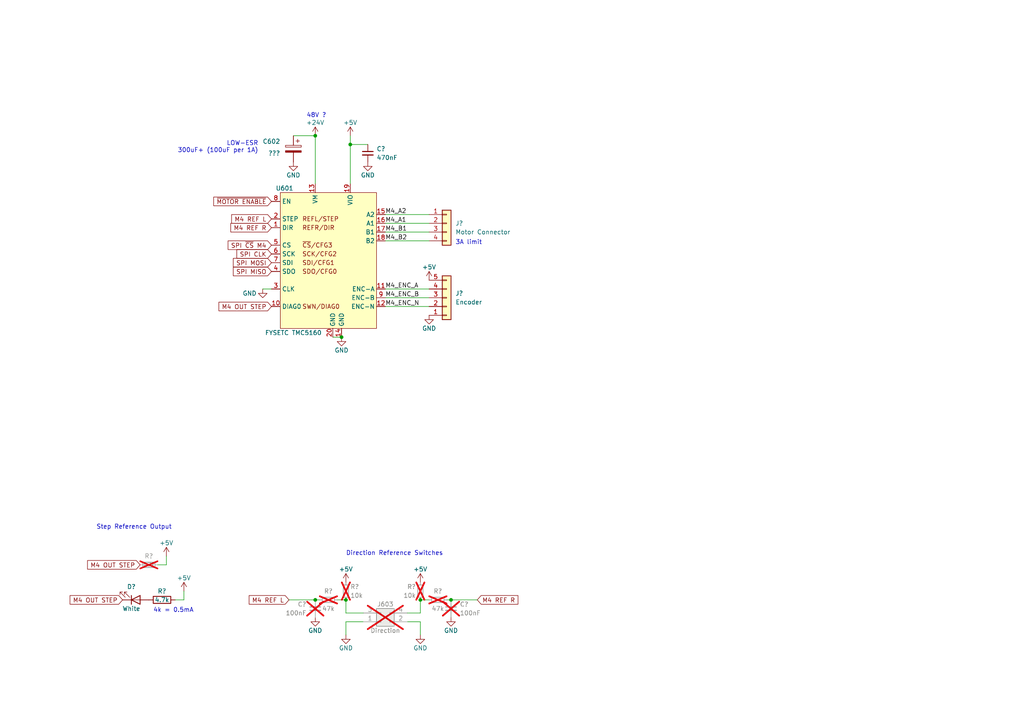
<source format=kicad_sch>
(kicad_sch (version 20230121) (generator eeschema)
  (paper "A4")
  (title_block (title "CAN 3D Printer (4 Motor) - Motor 4") (rev "1") (company "Abit Gray"))
  (lib_symbols
    (symbol "Connector_Generic:Conn_01x04" (pin_names (offset 1.016) hide)
      (property "Reference" "J" (at 0 5.08 0))
      (property "Value" "Conn_01x04" (at 0 -7.62 0))
      (symbol "Conn_01x04_1_1"
        (rectangle (start -1.27 -4.953) (end 0 -5.207) (stroke (width 0.1524)))
        (rectangle (start -1.27 -2.413) (end 0 -2.667) (stroke (width 0.1524)))
        (rectangle (start -1.27 0.127) (end 0 -0.127) (stroke (width 0.1524)))
        (rectangle (start -1.27 2.667) (end 0 2.413) (stroke (width 0.1524)))
        (rectangle (start -1.27 3.81) (end 1.27 -6.35) (stroke (width 0.254)) (fill (type background)))
        (pin passive line (at -5.08 2.54 0) (length 3.81) (name "Pin_1") (number "1"))
        (pin passive line (at -5.08 0 0) (length 3.81) (name "Pin_2") (number "2"))
        (pin passive line (at -5.08 -2.54 0) (length 3.81) (name "Pin_3") (number "3"))
        (pin passive line (at -5.08 -5.08 0) (length 3.81) (name "Pin_4") (number "4"))
      )
    )
    (symbol "Connector_Generic:Conn_01x05" (pin_names (offset 1.016) hide)
      (property "Reference" "J" (at 0 7.62 0))
      (property "Value" "Conn_01x05" (at 0 -7.62 0))
      (symbol "Conn_01x05_1_1"
        (rectangle (start -1.27 -4.953) (end 0 -5.207) (stroke (width 0.1524)))
        (rectangle (start -1.27 -2.413) (end 0 -2.667) (stroke (width 0.1524)))
        (rectangle (start -1.27 0.127) (end 0 -0.127) (stroke (width 0.1524)))
        (rectangle (start -1.27 2.667) (end 0 2.413) (stroke (width 0.1524)))
        (rectangle (start -1.27 5.207) (end 0 4.953) (stroke (width 0.1524)))
        (rectangle (start -1.27 6.35) (end 1.27 -6.35) (stroke (width 0.254)) (fill (type background)))
        (pin passive line (at -5.08 5.08 0) (length 3.81) (name "Pin_1") (number "1"))
        (pin passive line (at -5.08 2.54 0) (length 3.81) (name "Pin_2") (number "2"))
        (pin passive line (at -5.08 0 0) (length 3.81) (name "Pin_3") (number "3"))
        (pin passive line (at -5.08 -2.54 0) (length 3.81) (name "Pin_4") (number "4"))
        (pin passive line (at -5.08 -5.08 0) (length 3.81) (name "Pin_5") (number "5"))
      )
    )
    (symbol "Connector_Generic:Conn_02x02_Odd_Even" (pin_names (offset 1.016) hide)
      (property "Reference" "J" (at 1.27 2.54 0))
      (property "Value" "Conn_02x02_Odd_Even" (at 1.27 -5.08 0))
      (symbol "Conn_02x02_Odd_Even_1_1"
        (rectangle (start -1.27 -2.413) (end 0 -2.667) (stroke (width 0.1524)))
        (rectangle (start -1.27 0.127) (end 0 -0.127) (stroke (width 0.1524)))
        (rectangle (start -1.27 1.27) (end 3.81 -3.81) (stroke (width 0.254)) (fill (type background)))
        (rectangle (start 3.81 -2.413) (end 2.54 -2.667) (stroke (width 0.1524)))
        (rectangle (start 3.81 0.127) (end 2.54 -0.127) (stroke (width 0.1524)))
        (pin passive line (at -5.08 0 0) (length 3.81) (name "Pin_1") (number "1"))
        (pin passive line (at 7.62 0 180) (length 3.81) (name "Pin_2") (number "2"))
        (pin passive line (at -5.08 -2.54 0) (length 3.81) (name "Pin_3") (number "3"))
        (pin passive line (at 7.62 -2.54 180) (length 3.81) (name "Pin_4") (number "4"))
      )
    )
    (symbol "Custom:FYSETC_TMC5160"
      (property "Reference" "U" (at -13.97 6.35 0))
      (property "Value" "FYSETC TMC5160" (at -11.43 -35.56 0))
      (symbol "FYSETC_TMC5160_0_0"
        (pin unspecified line (at -17.78 -5.08 0) (length 2.54) (name "DIR") (number "1"))
        (pin unspecified line (at -17.78 -27.94 0) (length 2.54) (name "DIAG0") (number "10"))
        (pin input line (at 15.24 -22.86 180) (length 2.54) (name "ENC-A") (number "11"))
        (pin input line (at 15.24 -27.94 180) (length 2.54) (name "ENC-N") (number "12"))
        (pin power_in line (at -5.08 7.62 270) (length 2.54) (name "VM") (number "13"))
        (pin power_in line (at 2.54 -36.83 90) (length 2.54) (name "GND") (number "14"))
        (pin power_out line (at 15.24 -1.27 180) (length 2.54) (name "A2") (number "15"))
        (pin power_out line (at 15.24 -3.81 180) (length 2.54) (name "A1") (number "16"))
        (pin power_out line (at 15.24 -6.35 180) (length 2.54) (name "B1") (number "17"))
        (pin power_out line (at 15.24 -8.89 180) (length 2.54) (name "B2") (number "18"))
        (pin power_in line (at 5.08 7.62 270) (length 2.54) (name "VIO") (number "19"))
        (pin unspecified line (at -17.78 -2.54 0) (length 2.54) (name "STEP") (number "2"))
        (pin power_in line (at 0 -36.83 90) (length 2.54) (name "GND") (number "20"))
        (pin input line (at -17.78 -22.86 0) (length 2.54) (name "CLK") (number "3"))
        (pin output line (at -17.78 -17.78 0) (length 2.54) (name "SDO") (number "4"))
        (pin input line (at -17.78 -10.16 0) (length 2.54) (name "CS") (number "5"))
        (pin unspecified line (at -17.78 -12.7 0) (length 2.54) (name "SCK") (number "6"))
        (pin input line (at -17.78 -15.24 0) (length 2.54) (name "SDI") (number "7"))
        (pin input line (at -17.78 2.54 0) (length 2.54) (name "EN") (number "8"))
        (pin input line (at 15.24 -25.4 180) (length 2.54) (name "ENC-B") (number "9"))
      )
      (symbol "FYSETC_TMC5160_1_1"
        (rectangle (start -15.24 5.08) (end 12.7 -34.29) (fill (type background)))
        (text "REFL/STEP" (at -8.89 -2.54 0) (effects (font (size 1.27 1.27)) (justify left)))
        (text "REFR/DIR" (at -8.89 -5.08 0) (effects (font (size 1.27 1.27)) (justify left)))
        (text "SCK/CFG2" (at -8.89 -12.7 0) (effects (font (size 1.27 1.27)) (justify left)))
        (text "SDI/CFG1" (at -8.89 -15.24 0) (effects (font (size 1.27 1.27)) (justify left)))
        (text "SDO/CFG0" (at -8.89 -17.78 0) (effects (font (size 1.27 1.27)) (justify left)))
        (text "SWN/DIAG0" (at -8.89 -27.94 0) (effects (font (size 1.27 1.27)) (justify left)))
        (text "~{CS}/CFG3" (at -8.89 -10.16 0) (effects (font (size 1.27 1.27)) (justify left)))
      )
    )
    (symbol "Device:C_Polarized" (pin_numbers hide) (pin_names (offset 0.254))
      (property "Reference" "C" (at 0.635 2.54 0))
      (property "Value" "C_Polarized" (at 0.635 -2.54 0))
      (symbol "C_Polarized_0_1"
        (rectangle (start -2.286 0.508) (end 2.286 1.016))
        (polyline (pts (xy -1.778 2.286) (xy -0.762 2.286)))
        (polyline (pts (xy -1.27 2.794) (xy -1.27 1.778)))
        (rectangle (start 2.286 -0.508) (end -2.286 -1.016) (fill (type outline)))
      )
      (symbol "C_Polarized_1_1"
        (pin passive line (at 0 3.81 270) (length 2.794) (name "~") (number "1"))
        (pin passive line (at 0 -3.81 90) (length 2.794) (name "~") (number "2"))
      )
    )
    (symbol "Device:C_Small" (pin_numbers hide) (pin_names (offset 0.254) hide)
      (property "Reference" "C" (at 0.254 1.778 0))
      (property "Value" "C_Small" (at 0.254 -2.032 0))
      (symbol "C_Small_0_1"
        (polyline (pts (xy -1.524 -0.508) (xy 1.524 -0.508)) (stroke (width 0.3302)))
        (polyline (pts (xy -1.524 0.508) (xy 1.524 0.508)) (stroke (width 0.3048)))
      )
      (symbol "C_Small_1_1"
        (pin passive line (at 0 2.54 270) (length 2.032) (name "~") (number "1"))
        (pin passive line (at 0 -2.54 90) (length 2.032) (name "~") (number "2"))
      )
    )
    (symbol "Device:LED" (pin_numbers hide) (pin_names (offset 1.016) hide)
      (property "Reference" "D" (at 0 2.54 0))
      (property "Value" "LED" (at 0 -2.54 0))
      (symbol "LED_0_1"
        (polyline (pts (xy -1.27 -1.27) (xy -1.27 1.27)) (stroke (width 0.254)))
        (polyline (pts (xy -1.27 0) (xy 1.27 0)))
        (polyline (pts (xy 1.27 -1.27) (xy 1.27 1.27) (xy -1.27 0) (xy 1.27 -1.27)) (stroke (width 0.254)))
        (polyline (pts (xy -3.048 -0.762) (xy -4.572 -2.286) (xy -3.81 -2.286) (xy -4.572 -2.286) (xy -4.572 -1.524)))
        (polyline (pts (xy -1.778 -0.762) (xy -3.302 -2.286) (xy -2.54 -2.286) (xy -3.302 -2.286) (xy -3.302 -1.524)))
      )
      (symbol "LED_1_1"
        (pin passive line (at -3.81 0 0) (length 2.54) (name "K") (number "1"))
        (pin passive line (at 3.81 0 180) (length 2.54) (name "A") (number "2"))
      )
    )
    (symbol "Device:R" (pin_numbers hide) (pin_names (offset 0))
      (property "Reference" "R" (at 2.032 0 90))
      (property "Value" "R" (at 0 0 90))
      (symbol "R_0_1"
        (rectangle (start -1.016 -2.54) (end 1.016 2.54) (stroke (width 0.254)))
      )
      (symbol "R_1_1"
        (pin passive line (at 0 3.81 270) (length 1.27) (name "~") (number "1"))
        (pin passive line (at 0 -3.81 90) (length 1.27) (name "~") (number "2"))
      )
    )
    (symbol "Device:R_Small" (pin_numbers hide) (pin_names (offset 0.254) hide)
      (property "Reference" "R" (at 0.762 0.508 0))
      (property "Value" "R_Small" (at 0.762 -1.016 0))
      (symbol "R_Small_0_1"
        (rectangle (start -0.762 1.778) (end 0.762 -1.778) (stroke (width 0.2032)))
      )
      (symbol "R_Small_1_1"
        (pin passive line (at 0 2.54 270) (length 0.762) (name "~") (number "1"))
        (pin passive line (at 0 -2.54 90) (length 0.762) (name "~") (number "2"))
      )
    )
    (symbol "power:+24V" (power) (pin_names (offset 0))
      (property "Value" "+24V" (at 0 3.556 0))
      (symbol "+24V_0_1"
        (polyline (pts (xy -0.762 1.27) (xy 0 2.54)))
        (polyline (pts (xy 0 0) (xy 0 2.54)))
        (polyline (pts (xy 0 2.54) (xy 0.762 1.27)))
      )
      (symbol "+24V_1_1"
        (pin power_in line (at 0 0 90) (length 0) hide (name "+24V") (number "1"))
      )
    )
    (symbol "power:+5V" (power) (pin_names (offset 0))
      (property "Value" "+5V" (at 0 3.556 0))
      (symbol "+5V_0_1"
        (polyline (pts (xy -0.762 1.27) (xy 0 2.54)))
        (polyline (pts (xy 0 0) (xy 0 2.54)))
        (polyline (pts (xy 0 2.54) (xy 0.762 1.27)))
      )
      (symbol "+5V_1_1"
        (pin power_in line (at 0 0 90) (length 0) hide (name "+5V") (number "1"))
      )
    )
    (symbol "power:GND" (power) (pin_names (offset 0))
      (property "Value" "GND" (at 0 -3.81 0))
      (symbol "GND_0_1"
        (polyline (pts (xy 0 0) (xy 0 -1.27) (xy 1.27 -1.27) (xy 0 -2.54) (xy -1.27 -1.27) (xy 0 -1.27)))
      )
      (symbol "GND_1_1"
        (pin power_in line (at 0 0 270) (length 0) hide (name "GND") (number "1"))
      )
    )
  )
  (junction (at 121.92 173.99))
  (junction (at 130.81 173.99))
  (junction (at 91.44 173.99))
  (junction (at 100.33 173.99))
  (junction (at 99.06 97.79))
  (junction (at 101.6 41.91))
  (junction (at 91.44 39.37))
  (wire (pts (xy 118.11 180.34) (xy 121.92 180.34)))
  (wire (pts (xy 138.43 173.99) (xy 130.81 173.99)))
  (wire (pts (xy 91.44 39.37) (xy 91.44 53.34)))
  (wire (pts (xy 121.92 180.34) (xy 121.92 184.15)))
  (wire (pts (xy 111.76 64.77) (xy 124.46 64.77)))
  (wire (pts (xy 111.76 83.82) (xy 124.46 83.82)))
  (wire (pts (xy 100.33 177.8) (xy 100.33 173.99)))
  (wire (pts (xy 96.52 97.79) (xy 99.06 97.79)))
  (wire (pts (xy 91.44 173.99) (xy 92.71 173.99)))
  (wire (pts (xy 53.34 171.45) (xy 53.34 173.99)))
  (wire (pts (xy 111.76 88.9) (xy 124.46 88.9)))
  (wire (pts (xy 83.82 173.99) (xy 91.44 173.99)))
  (wire (pts (xy 48.26 161.29) (xy 48.26 163.83)))
  (wire (pts (xy 111.76 67.31) (xy 124.46 67.31)))
  (wire (pts (xy 111.76 69.85) (xy 124.46 69.85)))
  (wire (pts (xy 100.33 180.34) (xy 105.41 180.34)))
  (wire (pts (xy 124.46 173.99) (xy 121.92 173.99)))
  (wire (pts (xy 111.76 62.23) (xy 124.46 62.23)))
  (wire (pts (xy 121.92 177.8) (xy 121.92 173.99)))
  (wire (pts (xy 105.41 177.8) (xy 100.33 177.8)))
  (wire (pts (xy 76.2 83.82) (xy 78.74 83.82)))
  (wire (pts (xy 48.26 163.83) (xy 45.72 163.83)))
  (wire (pts (xy 118.11 177.8) (xy 121.92 177.8)))
  (wire (pts (xy 100.33 184.15) (xy 100.33 180.34)))
  (wire (pts (xy 101.6 41.91) (xy 101.6 53.34)))
  (wire (pts (xy 85.09 39.37) (xy 91.44 39.37)))
  (wire (pts (xy 97.79 173.99) (xy 100.33 173.99)))
  (wire (pts (xy 111.76 86.36) (xy 124.46 86.36)))
  (wire (pts (xy 101.6 41.91) (xy 106.68 41.91)))
  (wire (pts (xy 130.81 173.99) (xy 129.54 173.99)))
  (wire (pts (xy 101.6 39.37) (xy 101.6 41.91)))
  (wire (pts (xy 53.34 173.99) (xy 50.8 173.99)))
  (text "48V ?" (at 88.9 34.29 0) (effects (font (size 1.27 1.27)) (justify left bottom)))
  (text "Step Reference Output" (at 27.94 153.67 0) (effects (font (size 1.27 1.27)) (justify left bottom)))
  (text "LOW-ESR\n300uF+ (100uF per 1A)" (at 74.93 44.45 0) (effects (font (size 1.27 1.27)) (justify right bottom)))
  (text "Direction Reference Switches" (at 100.33 161.29 0) (effects (font (size 1.27 1.27)) (justify left bottom)))
  (text "3A limit" (at 132.08 71.12 0) (effects (font (size 1.27 1.27)) (justify left bottom)))
  (text "4k = 0.5mA" (at 44.45 177.8 0) (effects (font (size 1.27 1.27)) (justify left bottom)))
  (label "M4_ENC_B" (at 111.76 86.36 0))
  (label "M4_ENC_A" (at 111.76 83.82 0))
  (label "M4_B1" (at 111.76 67.31 0))
  (label "M4_A2" (at 111.76 62.23 0))
  (label "M4_A1" (at 111.76 64.77 0))
  (label "M4_ENC_N" (at 111.76 88.9 0))
  (label "M4_B2" (at 111.76 69.85 0))
  (global_label "M4 OUT STEP" (shape input) (at 40.64 163.83 180) (property "Intersheetrefs" "${INTERSHEET_REFS}" (effects hide)))
  (global_label "M4 REF L" (shape input) (at 78.74 63.5 180) (property "Intersheetrefs" "${INTERSHEET_REFS}" (effects hide)))
  (global_label "SPI ~{CS} M4" (shape input) (at 78.74 71.12 180) (property "Intersheetrefs" "${INTERSHEET_REFS}" (effects hide)))
  (global_label "M4 OUT STEP" (shape input) (at 35.56 173.99 180) (property "Intersheetrefs" "${INTERSHEET_REFS}" (effects hide)))
  (global_label "SPI CLK" (shape input) (at 78.74 73.66 180) (property "Intersheetrefs" "${INTERSHEET_REFS}" (effects hide)))
  (global_label "M4 OUT STEP" (shape input) (at 78.74 88.9 180) (property "Intersheetrefs" "${INTERSHEET_REFS}" (effects hide)))
  (global_label "SPI MOSI" (shape input) (at 78.74 76.2 180) (property "Intersheetrefs" "${INTERSHEET_REFS}" (effects hide)))
  (global_label "M4 REF L" (shape input) (at 83.82 173.99 180) (property "Intersheetrefs" "${INTERSHEET_REFS}" (effects hide)))
  (global_label "M4 REF R" (shape input) (at 138.43 173.99 0) (property "Intersheetrefs" "${INTERSHEET_REFS}" (effects hide)))
  (global_label "~{MOTOR ENABLE}" (shape input) (at 78.74 58.42 180) (property "Intersheetrefs" "${INTERSHEET_REFS}" (effects hide)))
  (global_label "SPI MISO" (shape input) (at 78.74 78.74 180) (property "Intersheetrefs" "${INTERSHEET_REFS}" (effects hide)))
  (global_label "M4 REF R" (shape input) (at 78.74 66.04 180) (property "Intersheetrefs" "${INTERSHEET_REFS}" (effects hide)))
  (symbol (lib_id "power:GND") (at 121.92 184.15 0) (mirror y) (unit 1)
    (property "Reference" "#PWR?" (effects hide))
    (property "Value" "GND" (at 121.92 187.96 0))
    (instances (project "Can3DPrinter4Motor" (path "" (reference "#PWR?") (unit 1)) (path "" (reference "#PWR0624") (unit 1)) (path "" (reference "#PWR0720") (unit 1)) (path "" (reference "#PWR0820") (unit 1)) (path "" (reference "#PWR0920") (unit 1))))
  )
  (symbol (lib_id "Device:R_Small") (at 95.25 173.99 90) (unit 1) (dnp yes)
    (property "Reference" "R?" (at 95.25 171.45 90))
    (property "Value" "47k" (at 95.25 176.53 90))
    (property "Footprint" "Resistor_SMD:R_0603_1608Metric" (effects hide))
    (property "LCSC" "C25819" (effects hide))
    (property "Mouser" "660-RK73H1JTTD4702F" (effects hide))
    (instances (project "Can3DPrinter4Motor" (path "" (reference "R?") (unit 1)) (path "" (reference "R612") (unit 1)) (path "" (reference "R?") (unit 1)) (path "" (reference "R?") (unit 1)) (path "" (reference "R912") (unit 1))))
  )
  (symbol (lib_id "Device:C_Small") (at 130.81 176.53 0) (unit 1) (dnp yes)
    (property "Reference" "C?" (at 133.35 175.2663 0) (effects (justify left)))
    (property "Value" "100nF" (at 133.35 177.8063 0) (effects (justify left)))
    (property "Footprint" "Capacitor_SMD:C_0402_1005Metric" (effects hide))
    (property "LCSC" "C60474" (effects hide))
    (instances (project "Can3DPrinter4Motor" (path "" (reference "C?") (unit 1)) (path "" (reference "C612") (unit 1)) (path "" (reference "C?") (unit 1)) (path "" (reference "C?") (unit 1)) (path "" (reference "C912") (unit 1))))
  )
  (symbol (lib_id "power:+5V") (at 101.6 39.37 0) (unit 1)
    (property "Reference" "#PWR0634" (effects hide))
    (property "Value" "+5V" (at 101.6 35.56 0))
    (instances (project "Can3DPrinter4Motor" (path "" (reference "#PWR0634") (unit 1)) (path "" (reference "#PWR0726") (unit 1)) (path "" (reference "#PWR0826") (unit 1)) (path "" (reference "#PWR0151") (unit 1))))
  )
  (symbol (lib_id "power:GND") (at 76.2 83.82 0) (unit 1)
    (property "Reference" "#PWR?" (effects hide))
    (property "Value" "GND" (at 72.39 85.09 0))
    (instances (project "Can3DPrinter4Motor" (path "" (reference "#PWR?") (unit 1)) (path "" (reference "#PWR0636") (unit 1)) (path "" (reference "#PWR0706") (unit 1)) (path "" (reference "#PWR0806") (unit 1)) (path "" (reference "#PWR0906") (unit 1))))
  )
  (symbol (lib_id "power:+5V") (at 121.92 168.91 0) (mirror y) (unit 1)
    (property "Reference" "#PWR0623" (effects hide))
    (property "Value" "+5V" (at 121.92 165.1 0))
    (instances (project "Can3DPrinter4Motor" (path "" (reference "#PWR0623") (unit 1)) (path "" (reference "#PWR0726") (unit 1)) (path "" (reference "#PWR0826") (unit 1)) (path "" (reference "#PWR0149") (unit 1))))
  )
  (symbol (lib_id "power:GND") (at 124.46 91.44 0) (unit 1)
    (property "Reference" "#PWR?" (effects hide))
    (property "Value" "GND" (at 124.46 95.25 0))
    (instances (project "Can3DPrinter4Motor" (path "" (reference "#PWR?") (unit 1)) (path "" (reference "#PWR0627") (unit 1)) (path "" (reference "#PWR0727") (unit 1)) (path "" (reference "#PWR0827") (unit 1)) (path "" (reference "#PWR0927") (unit 1))))
  )
  (symbol (lib_id "Device:R_Small") (at 43.18 163.83 90) (unit 1) (dnp yes)
    (property "Reference" "R?" (at 43.18 161.29 90))
    (property "Value" "47k" (at 43.18 163.83 90))
    (property "Footprint" "Resistor_SMD:R_0603_1608Metric" (effects hide))
    (property "LCSC" "C25819" (effects hide))
    (property "Mouser" "660-RK73H1JTTD4702F" (effects hide))
    (instances (project "Can3DPrinter4Motor" (path "" (reference "R?") (unit 1)) (path "" (reference "R601") (unit 1)) (path "" (reference "R?") (unit 1)) (path "" (reference "R?") (unit 1)) (path "" (reference "R901") (unit 1))))
  )
  (symbol (lib_id "Custom:FYSETC_TMC5160") (at 96.52 60.96 0) (unit 1)
    (property "Reference" "U601" (at 82.55 54.61 0))
    (property "Value" "FYSETC TMC5160" (at 85.09 96.52 0))
    (property "Footprint" "Custom:FYSETC TMC5160" (effects hide))
    (property "Datasheet" "https://www.aliexpress.com/item/1005004054476007.html" (effects hide))
    (property "LCSC" "-" (effects hide))
    (property "Mouser" "-" (effects hide))
    (instances (project "Can3DPrinter4Motor" (path "" (reference "U601") (unit 1)) (path "" (reference "U901") (unit 1))))
  )
  (symbol (lib_id "Device:C_Small") (at 91.44 176.53 0) (mirror y) (unit 1) (dnp yes)
    (property "Reference" "C?" (at 88.9 175.2663 0) (effects (justify left)))
    (property "Value" "100nF" (at 88.9 177.8063 0) (effects (justify left)))
    (property "Footprint" "Capacitor_SMD:C_0402_1005Metric" (effects hide))
    (property "LCSC" "C60474" (effects hide))
    (instances (project "Can3DPrinter4Motor" (path "" (reference "C?") (unit 1)) (path "" (reference "C611") (unit 1)) (path "" (reference "C?") (unit 1)) (path "" (reference "C?") (unit 1)) (path "" (reference "C911") (unit 1))))
  )
  (symbol (lib_id "Device:C_Small") (at 106.68 44.45 0) (unit 1)
    (property "Reference" "C?" (at 109.22 43.1863 0) (effects (justify left)))
    (property "Value" "470nF" (at 109.22 45.7263 0) (effects (justify left)))
    (property "Footprint" "Capacitor_SMD:C_0603_1608Metric" (effects hide))
    (property "LCSC" "C1623" (effects hide))
    (instances (project "Can3DPrinter4Motor" (path "" (reference "C?") (unit 1)) (path "" (reference "C601") (unit 1)) (path "" (reference "C?") (unit 1)) (path "" (reference "C?") (unit 1)) (path "" (reference "C901") (unit 1))))
  )
  (symbol (lib_id "power:GND") (at 99.06 97.79 0) (unit 1)
    (property "Reference" "#PWR?" (effects hide))
    (property "Value" "GND" (at 99.06 101.6 0))
    (instances (project "Can3DPrinter4Motor" (path "" (reference "#PWR?") (unit 1)) (path "" (reference "#PWR0628") (unit 1)) (path "" (reference "#PWR0708") (unit 1)) (path "" (reference "#PWR0808") (unit 1)) (path "" (reference "#PWR0908") (unit 1))))
  )
  (symbol (lib_id "Device:LED") (at 39.37 173.99 0) (mirror x) (unit 1) (in_bom no)
    (property "Reference" "D?" (at 38.1 170.18 0))
    (property "Value" "White" (at 38.1 176.53 0))
    (property "Footprint" "LED_SMD:LED_0402_1005Metric" (effects hide))
    (property "Mouser" "720-LWQH8G-Q2S2-3K5L" (effects hide))
    (property "LCSC" "C434448" (effects hide))
    (instances (project "Head" (path "" (reference "D?") (unit 1))) (project "Can3DPrinter4Motor" (path "" (reference "D104") (unit 1)) (path "" (reference "D?") (unit 1)) (path "" (reference "D?") (unit 1)) (path "" (reference "D601") (unit 1)) (path "" (reference "D901") (unit 1))))
  )
  (symbol (lib_id "Connector_Generic:Conn_01x05") (at 129.54 86.36 0) (mirror x) (unit 1)
    (property "Reference" "J?" (at 132.08 85.09 0) (effects (justify left)))
    (property "Value" "Encoder" (at 132.08 87.63 0) (effects (justify left)))
    (property "Footprint" "Connector_JST:JST_XH_B5B-XH-A_1x05_P2.50mm_Vertical" (effects hide))
    (property "LCSC" "C5306531" (effects hide))
    (instances (project "Can3DPrinter4Motor" (path "" (reference "J?") (unit 1)) (path "" (reference "J602") (unit 1)) (path "" (reference "J?") (unit 1)) (path "" (reference "J?") (unit 1)) (path "" (reference "J902") (unit 1))))
  )
  (symbol (lib_id "Connector_Generic:Conn_01x04") (at 129.54 64.77 0) (unit 1)
    (property "Reference" "J?" (at 132.08 64.77 0) (effects (justify left)))
    (property "Value" "Motor Connector" (at 132.08 67.31 0) (effects (justify left)))
    (property "Footprint" "Connector_JST:JST_XH_B4B-XH-A_1x04_P2.50mm_Vertical" (effects hide))
    (property "LCSC" "C594232" (effects hide))
    (instances (project "Can3DPrinter4Motor" (path "" (reference "J?") (unit 1)) (path "" (reference "J601") (unit 1)) (path "" (reference "J?") (unit 1)) (path "" (reference "J?") (unit 1)) (path "" (reference "J901") (unit 1))))
  )
  (symbol (lib_id "Device:R_Small") (at 127 173.99 270) (mirror x) (unit 1) (dnp yes)
    (property "Reference" "R?" (at 127 171.45 90))
    (property "Value" "47k" (at 127 176.53 90))
    (property "Footprint" "Resistor_SMD:R_0603_1608Metric" (effects hide))
    (property "LCSC" "C25819" (effects hide))
    (property "Mouser" "660-RK73H1JTTD4702F" (effects hide))
    (instances (project "Can3DPrinter4Motor" (path "" (reference "R?") (unit 1)) (path "" (reference "R614") (unit 1)) (path "" (reference "R?") (unit 1)) (path "" (reference "R?") (unit 1)) (path "" (reference "R914") (unit 1))))
  )
  (symbol (lib_id "power:GND") (at 91.44 179.07 0) (unit 1)
    (property "Reference" "#PWR?" (effects hide))
    (property "Value" "GND" (at 91.44 182.88 0))
    (instances (project "Can3DPrinter4Motor" (path "" (reference "#PWR?") (unit 1)) (path "" (reference "#PWR0621") (unit 1)) (path "" (reference "#PWR0709") (unit 1)) (path "" (reference "#PWR0809") (unit 1)) (path "" (reference "#PWR0909") (unit 1))))
  )
  (symbol (lib_id "power:+5V") (at 53.34 171.45 0) (unit 1)
    (property "Reference" "#PWR0601" (effects hide))
    (property "Value" "+5V" (at 53.34 167.64 0))
    (instances (project "Can3DPrinter4Motor" (path "" (reference "#PWR0601") (unit 1)) (path "" (reference "#PWR0726") (unit 1)) (path "" (reference "#PWR0826") (unit 1)) (path "" (reference "#PWR0152") (unit 1))))
  )
  (symbol (lib_id "Device:R_Small") (at 100.33 171.45 0) (mirror x) (unit 1) (dnp yes)
    (property "Reference" "R?" (at 101.6 170.18 0) (effects (justify left)))
    (property "Value" "10k" (at 101.6 172.72 0) (effects (justify left)))
    (property "Footprint" "Resistor_SMD:R_0603_1608Metric" (effects hide))
    (property "LCSC" "C25804" (effects hide))
    (property "Mouser" "603-AC0603FR-1010KL" (effects hide))
    (instances (project "Can3DPrinter4Motor" (path "" (reference "R?") (unit 1)) (path "" (reference "R611") (unit 1)) (path "" (reference "R?") (unit 1)) (path "" (reference "R?") (unit 1)) (path "" (reference "R911") (unit 1))))
  )
  (symbol (lib_id "Connector_Generic:Conn_02x02_Odd_Even") (at 110.49 180.34 0) (mirror x) (unit 1) (dnp yes)
    (property "Reference" "J603" (at 111.76 175.26 0))
    (property "Value" "Direction" (at 111.76 182.88 0))
    (property "Footprint" "Connector_PinHeader_2.54mm:PinHeader_2x02_P2.54mm_Vertical" (effects hide))
    (property "LCSC" "-" (effects hide))
    (property "Mouser" "-" (effects hide))
    (instances (project "Can3DPrinter4Motor" (path "" (reference "J603") (unit 1)) (path "" (reference "J903") (unit 1))))
  )
  (symbol (lib_id "power:+5V") (at 100.33 168.91 0) (unit 1)
    (property "Reference" "#PWR0619" (effects hide))
    (property "Value" "+5V" (at 100.33 165.1 0))
    (instances (project "Can3DPrinter4Motor" (path "" (reference "#PWR0619") (unit 1)) (path "" (reference "#PWR0726") (unit 1)) (path "" (reference "#PWR0826") (unit 1)) (path "" (reference "#PWR0926") (unit 1))))
  )
  (symbol (lib_id "power:GND") (at 130.81 179.07 0) (mirror y) (unit 1)
    (property "Reference" "#PWR?" (effects hide))
    (property "Value" "GND" (at 130.81 182.88 0))
    (instances (project "Can3DPrinter4Motor" (path "" (reference "#PWR?") (unit 1)) (path "" (reference "#PWR0622") (unit 1)) (path "" (reference "#PWR0716") (unit 1)) (path "" (reference "#PWR0816") (unit 1)) (path "" (reference "#PWR0916") (unit 1))))
  )
  (symbol (lib_id "power:+5V") (at 48.26 161.29 0) (unit 1)
    (property "Reference" "#PWR0618" (effects hide))
    (property "Value" "+5V" (at 48.26 157.48 0))
    (instances (project "Can3DPrinter4Motor" (path "" (reference "#PWR0618") (unit 1)) (path "" (reference "#PWR0726") (unit 1)) (path "" (reference "#PWR0826") (unit 1)) (path "" (reference "#PWR0153") (unit 1))))
  )
  (symbol (lib_id "Device:R_Small") (at 121.92 171.45 180) (unit 1) (dnp yes)
    (property "Reference" "R?" (at 120.65 170.18 0) (effects (justify left)))
    (property "Value" "10k" (at 120.65 172.72 0) (effects (justify left)))
    (property "Footprint" "Resistor_SMD:R_0603_1608Metric" (effects hide))
    (property "LCSC" "C25804" (effects hide))
    (property "Mouser" "603-AC0603FR-1010KL" (effects hide))
    (instances (project "Can3DPrinter4Motor" (path "" (reference "R?") (unit 1)) (path "" (reference "R613") (unit 1)) (path "" (reference "R?") (unit 1)) (path "" (reference "R?") (unit 1)) (path "" (reference "R913") (unit 1))))
  )
  (symbol (lib_id "power:+24V") (at 91.44 39.37 0) (unit 1)
    (property "Reference" "#PWR?" (effects hide))
    (property "Value" "+24V" (at 91.44 35.56 0))
    (instances (project "Can3DPrinter4Motor" (path "" (reference "#PWR?") (unit 1)) (path "" (reference "#PWR0635") (unit 1)) (path "" (reference "#PWR0705") (unit 1)) (path "" (reference "#PWR0805") (unit 1)) (path "" (reference "#PWR0905") (unit 1))))
  )
  (symbol (lib_id "Device:R") (at 46.99 173.99 90) (unit 1)
    (property "Reference" "R?" (at 46.99 171.45 90))
    (property "Value" "4.7k" (at 46.99 173.99 90))
    (property "Footprint" "Resistor_SMD:R_0603_1608Metric" (effects hide))
    (property "LCSC" "C23162" (effects hide))
    (instances (project "Head" (path "" (reference "R?") (unit 1))) (project "Can3DPrinter4Motor" (path "" (reference "R104") (unit 1)) (path "" (reference "R?") (unit 1)) (path "" (reference "R?") (unit 1)) (path "" (reference "R602") (unit 1)) (path "" (reference "R902") (unit 1))))
  )
  (symbol (lib_id "power:GND") (at 106.68 46.99 0) (unit 1)
    (property "Reference" "#PWR?" (effects hide))
    (property "Value" "GND" (at 106.68 50.8 0))
    (instances (project "Can3DPrinter4Motor" (path "" (reference "#PWR?") (unit 1)) (path "" (reference "#PWR0615") (unit 1)) (path "" (reference "#PWR0722") (unit 1)) (path "" (reference "#PWR0822") (unit 1)) (path "" (reference "#PWR0922") (unit 1))))
  )
  (symbol (lib_id "power:+5V") (at 124.46 81.28 0) (unit 1)
    (property "Reference" "#PWR0626" (effects hide))
    (property "Value" "+5V" (at 124.46 77.47 0))
    (instances (project "Can3DPrinter4Motor" (path "" (reference "#PWR0626") (unit 1)) (path "" (reference "#PWR0726") (unit 1)) (path "" (reference "#PWR0826") (unit 1)) (path "" (reference "#PWR0150") (unit 1))))
  )
  (symbol (lib_id "Device:C_Polarized") (at 85.09 43.18 0) (mirror y) (unit 1)
    (property "Reference" "C602" (at 81.28 41.021 0) (effects (justify left)))
    (property "Value" "???" (at 81.28 44.45 0) (effects (justify left)))
    (instances (project "Can3DPrinter4Motor" (path "" (reference "C602") (unit 1)) (path "" (reference "C?") (unit 1)) (path "" (reference "C?") (unit 1)) (path "" (reference "C902") (unit 1))))
  )
  (symbol (lib_id "power:GND") (at 85.09 46.99 0) (mirror y) (unit 1)
    (property "Reference" "#PWR?" (effects hide))
    (property "Value" "GND" (at 85.09 50.8 0))
    (instances (project "Can3DPrinter4Motor" (path "" (reference "#PWR?") (unit 1)) (path "" (reference "#PWR0631") (unit 1)) (path "" (reference "#PWR0731") (unit 1)) (path "" (reference "#PWR0831") (unit 1)) (path "" (reference "#PWR0931") (unit 1))))
  )
  (symbol (lib_id "power:GND") (at 100.33 184.15 0) (unit 1)
    (property "Reference" "#PWR?" (effects hide))
    (property "Value" "GND" (at 100.33 187.96 0))
    (instances (project "Can3DPrinter4Motor" (path "" (reference "#PWR?") (unit 1)) (path "" (reference "#PWR0620") (unit 1)) (path "" (reference "#PWR0712") (unit 1)) (path "" (reference "#PWR0812") (unit 1)) (path "" (reference "#PWR0912") (unit 1))))
  )
)
</source>
